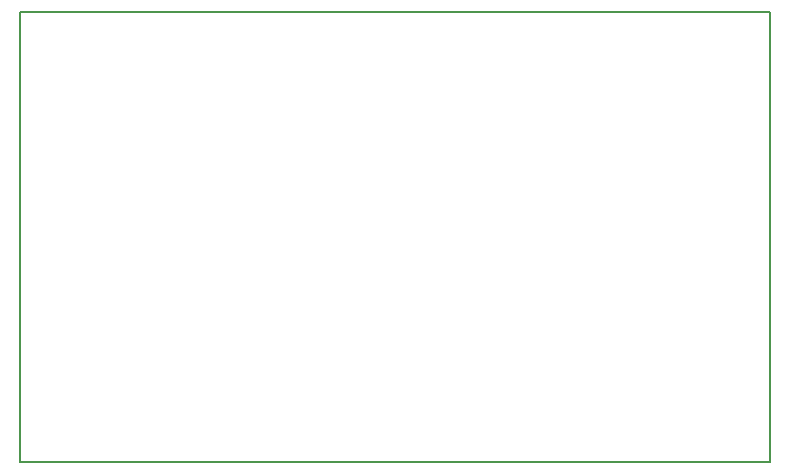
<source format=gbr>
G04 #@! TF.FileFunction,Profile,NP*
%FSLAX46Y46*%
G04 Gerber Fmt 4.6, Leading zero omitted, Abs format (unit mm)*
G04 Created by KiCad (PCBNEW 4.0.7) date Tue Nov 21 09:12:45 2017*
%MOMM*%
%LPD*%
G01*
G04 APERTURE LIST*
%ADD10C,0.100000*%
%ADD11C,0.150000*%
G04 APERTURE END LIST*
D10*
D11*
X104140000Y-109220000D02*
X104140000Y-71120000D01*
X167640000Y-109220000D02*
X104140000Y-109220000D01*
X167640000Y-71120000D02*
X167640000Y-109220000D01*
X104140000Y-71120000D02*
X167640000Y-71120000D01*
M02*

</source>
